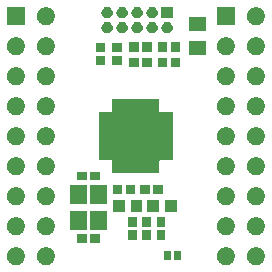
<source format=gts>
G04 #@! TF.GenerationSoftware,KiCad,Pcbnew,5.0.1-33cea8e~68~ubuntu18.04.1*
G04 #@! TF.CreationDate,2018-11-22T22:36:33+01:00*
G04 #@! TF.ProjectId,LPC82X_JHI33_2layer,4C50433832585F4A484933335F326C61,rev?*
G04 #@! TF.SameCoordinates,Original*
G04 #@! TF.FileFunction,Soldermask,Top*
G04 #@! TF.FilePolarity,Negative*
%FSLAX46Y46*%
G04 Gerber Fmt 4.6, Leading zero omitted, Abs format (unit mm)*
G04 Created by KiCad (PCBNEW 5.0.1-33cea8e~68~ubuntu18.04.1) date do 22 nov 2018 22:36:33 CET*
%MOMM*%
%LPD*%
G01*
G04 APERTURE LIST*
%ADD10C,0.100000*%
G04 APERTURE END LIST*
D10*
G36*
X81498767Y-116118822D02*
X81498769Y-116118823D01*
X81498770Y-116118823D01*
X81635258Y-116175359D01*
X81758096Y-116257436D01*
X81862564Y-116361904D01*
X81944641Y-116484742D01*
X82001177Y-116621230D01*
X82030000Y-116766133D01*
X82030000Y-116913867D01*
X82001177Y-117058770D01*
X81944641Y-117195258D01*
X81862564Y-117318096D01*
X81758096Y-117422564D01*
X81635258Y-117504641D01*
X81498770Y-117561177D01*
X81498769Y-117561177D01*
X81498767Y-117561178D01*
X81353869Y-117590000D01*
X81206131Y-117590000D01*
X81061233Y-117561178D01*
X81061231Y-117561177D01*
X81061230Y-117561177D01*
X80924742Y-117504641D01*
X80801904Y-117422564D01*
X80697436Y-117318096D01*
X80615359Y-117195258D01*
X80558823Y-117058770D01*
X80530000Y-116913867D01*
X80530000Y-116766133D01*
X80558823Y-116621230D01*
X80615359Y-116484742D01*
X80697436Y-116361904D01*
X80801904Y-116257436D01*
X80924742Y-116175359D01*
X81061230Y-116118823D01*
X81061231Y-116118823D01*
X81061233Y-116118822D01*
X81206131Y-116090000D01*
X81353869Y-116090000D01*
X81498767Y-116118822D01*
X81498767Y-116118822D01*
G37*
G36*
X96738767Y-116118822D02*
X96738769Y-116118823D01*
X96738770Y-116118823D01*
X96875258Y-116175359D01*
X96998096Y-116257436D01*
X97102564Y-116361904D01*
X97184641Y-116484742D01*
X97241177Y-116621230D01*
X97270000Y-116766133D01*
X97270000Y-116913867D01*
X97241177Y-117058770D01*
X97184641Y-117195258D01*
X97102564Y-117318096D01*
X96998096Y-117422564D01*
X96875258Y-117504641D01*
X96738770Y-117561177D01*
X96738769Y-117561177D01*
X96738767Y-117561178D01*
X96593869Y-117590000D01*
X96446131Y-117590000D01*
X96301233Y-117561178D01*
X96301231Y-117561177D01*
X96301230Y-117561177D01*
X96164742Y-117504641D01*
X96041904Y-117422564D01*
X95937436Y-117318096D01*
X95855359Y-117195258D01*
X95798823Y-117058770D01*
X95770000Y-116913867D01*
X95770000Y-116766133D01*
X95798823Y-116621230D01*
X95855359Y-116484742D01*
X95937436Y-116361904D01*
X96041904Y-116257436D01*
X96164742Y-116175359D01*
X96301230Y-116118823D01*
X96301231Y-116118823D01*
X96301233Y-116118822D01*
X96446131Y-116090000D01*
X96593869Y-116090000D01*
X96738767Y-116118822D01*
X96738767Y-116118822D01*
G37*
G36*
X99278767Y-116118822D02*
X99278769Y-116118823D01*
X99278770Y-116118823D01*
X99415258Y-116175359D01*
X99538096Y-116257436D01*
X99642564Y-116361904D01*
X99724641Y-116484742D01*
X99781177Y-116621230D01*
X99810000Y-116766133D01*
X99810000Y-116913867D01*
X99781177Y-117058770D01*
X99724641Y-117195258D01*
X99642564Y-117318096D01*
X99538096Y-117422564D01*
X99415258Y-117504641D01*
X99278770Y-117561177D01*
X99278769Y-117561177D01*
X99278767Y-117561178D01*
X99133869Y-117590000D01*
X98986131Y-117590000D01*
X98841233Y-117561178D01*
X98841231Y-117561177D01*
X98841230Y-117561177D01*
X98704742Y-117504641D01*
X98581904Y-117422564D01*
X98477436Y-117318096D01*
X98395359Y-117195258D01*
X98338823Y-117058770D01*
X98310000Y-116913867D01*
X98310000Y-116766133D01*
X98338823Y-116621230D01*
X98395359Y-116484742D01*
X98477436Y-116361904D01*
X98581904Y-116257436D01*
X98704742Y-116175359D01*
X98841230Y-116118823D01*
X98841231Y-116118823D01*
X98841233Y-116118822D01*
X98986131Y-116090000D01*
X99133869Y-116090000D01*
X99278767Y-116118822D01*
X99278767Y-116118822D01*
G37*
G36*
X78958767Y-116118822D02*
X78958769Y-116118823D01*
X78958770Y-116118823D01*
X79095258Y-116175359D01*
X79218096Y-116257436D01*
X79322564Y-116361904D01*
X79404641Y-116484742D01*
X79461177Y-116621230D01*
X79490000Y-116766133D01*
X79490000Y-116913867D01*
X79461177Y-117058770D01*
X79404641Y-117195258D01*
X79322564Y-117318096D01*
X79218096Y-117422564D01*
X79095258Y-117504641D01*
X78958770Y-117561177D01*
X78958769Y-117561177D01*
X78958767Y-117561178D01*
X78813869Y-117590000D01*
X78666131Y-117590000D01*
X78521233Y-117561178D01*
X78521231Y-117561177D01*
X78521230Y-117561177D01*
X78384742Y-117504641D01*
X78261904Y-117422564D01*
X78157436Y-117318096D01*
X78075359Y-117195258D01*
X78018823Y-117058770D01*
X77990000Y-116913867D01*
X77990000Y-116766133D01*
X78018823Y-116621230D01*
X78075359Y-116484742D01*
X78157436Y-116361904D01*
X78261904Y-116257436D01*
X78384742Y-116175359D01*
X78521230Y-116118823D01*
X78521231Y-116118823D01*
X78521233Y-116118822D01*
X78666131Y-116090000D01*
X78813869Y-116090000D01*
X78958767Y-116118822D01*
X78958767Y-116118822D01*
G37*
G36*
X91850000Y-117200000D02*
X91250000Y-117200000D01*
X91250000Y-116400000D01*
X91850000Y-116400000D01*
X91850000Y-117200000D01*
X91850000Y-117200000D01*
G37*
G36*
X92750000Y-117200000D02*
X92150000Y-117200000D01*
X92150000Y-116400000D01*
X92750000Y-116400000D01*
X92750000Y-117200000D01*
X92750000Y-117200000D01*
G37*
G36*
X85850000Y-115700000D02*
X85050000Y-115700000D01*
X85050000Y-115000000D01*
X85850000Y-115000000D01*
X85850000Y-115700000D01*
X85850000Y-115700000D01*
G37*
G36*
X84750000Y-115700000D02*
X83950000Y-115700000D01*
X83950000Y-115000000D01*
X84750000Y-115000000D01*
X84750000Y-115700000D01*
X84750000Y-115700000D01*
G37*
G36*
X91350000Y-115450000D02*
X90650000Y-115450000D01*
X90650000Y-114650000D01*
X91350000Y-114650000D01*
X91350000Y-115450000D01*
X91350000Y-115450000D01*
G37*
G36*
X90150000Y-115450000D02*
X89450000Y-115450000D01*
X89450000Y-114650000D01*
X90150000Y-114650000D01*
X90150000Y-115450000D01*
X90150000Y-115450000D01*
G37*
G36*
X88950000Y-115450000D02*
X88250000Y-115450000D01*
X88250000Y-114650000D01*
X88950000Y-114650000D01*
X88950000Y-115450000D01*
X88950000Y-115450000D01*
G37*
G36*
X96738767Y-113578822D02*
X96738769Y-113578823D01*
X96738770Y-113578823D01*
X96875258Y-113635359D01*
X96998096Y-113717436D01*
X97102564Y-113821904D01*
X97184641Y-113944742D01*
X97241177Y-114081230D01*
X97270000Y-114226133D01*
X97270000Y-114373867D01*
X97241177Y-114518770D01*
X97184641Y-114655258D01*
X97102564Y-114778096D01*
X96998096Y-114882564D01*
X96875258Y-114964641D01*
X96738770Y-115021177D01*
X96738769Y-115021177D01*
X96738767Y-115021178D01*
X96593869Y-115050000D01*
X96446131Y-115050000D01*
X96301233Y-115021178D01*
X96301231Y-115021177D01*
X96301230Y-115021177D01*
X96164742Y-114964641D01*
X96041904Y-114882564D01*
X95937436Y-114778096D01*
X95855359Y-114655258D01*
X95798823Y-114518770D01*
X95770000Y-114373867D01*
X95770000Y-114226133D01*
X95798823Y-114081230D01*
X95855359Y-113944742D01*
X95937436Y-113821904D01*
X96041904Y-113717436D01*
X96164742Y-113635359D01*
X96301230Y-113578823D01*
X96301231Y-113578823D01*
X96301233Y-113578822D01*
X96446131Y-113550000D01*
X96593869Y-113550000D01*
X96738767Y-113578822D01*
X96738767Y-113578822D01*
G37*
G36*
X81498767Y-113578822D02*
X81498769Y-113578823D01*
X81498770Y-113578823D01*
X81635258Y-113635359D01*
X81758096Y-113717436D01*
X81862564Y-113821904D01*
X81944641Y-113944742D01*
X82001177Y-114081230D01*
X82030000Y-114226133D01*
X82030000Y-114373867D01*
X82001177Y-114518770D01*
X81944641Y-114655258D01*
X81862564Y-114778096D01*
X81758096Y-114882564D01*
X81635258Y-114964641D01*
X81498770Y-115021177D01*
X81498769Y-115021177D01*
X81498767Y-115021178D01*
X81353869Y-115050000D01*
X81206131Y-115050000D01*
X81061233Y-115021178D01*
X81061231Y-115021177D01*
X81061230Y-115021177D01*
X80924742Y-114964641D01*
X80801904Y-114882564D01*
X80697436Y-114778096D01*
X80615359Y-114655258D01*
X80558823Y-114518770D01*
X80530000Y-114373867D01*
X80530000Y-114226133D01*
X80558823Y-114081230D01*
X80615359Y-113944742D01*
X80697436Y-113821904D01*
X80801904Y-113717436D01*
X80924742Y-113635359D01*
X81061230Y-113578823D01*
X81061231Y-113578823D01*
X81061233Y-113578822D01*
X81206131Y-113550000D01*
X81353869Y-113550000D01*
X81498767Y-113578822D01*
X81498767Y-113578822D01*
G37*
G36*
X78958767Y-113578822D02*
X78958769Y-113578823D01*
X78958770Y-113578823D01*
X79095258Y-113635359D01*
X79218096Y-113717436D01*
X79322564Y-113821904D01*
X79404641Y-113944742D01*
X79461177Y-114081230D01*
X79490000Y-114226133D01*
X79490000Y-114373867D01*
X79461177Y-114518770D01*
X79404641Y-114655258D01*
X79322564Y-114778096D01*
X79218096Y-114882564D01*
X79095258Y-114964641D01*
X78958770Y-115021177D01*
X78958769Y-115021177D01*
X78958767Y-115021178D01*
X78813869Y-115050000D01*
X78666131Y-115050000D01*
X78521233Y-115021178D01*
X78521231Y-115021177D01*
X78521230Y-115021177D01*
X78384742Y-114964641D01*
X78261904Y-114882564D01*
X78157436Y-114778096D01*
X78075359Y-114655258D01*
X78018823Y-114518770D01*
X77990000Y-114373867D01*
X77990000Y-114226133D01*
X78018823Y-114081230D01*
X78075359Y-113944742D01*
X78157436Y-113821904D01*
X78261904Y-113717436D01*
X78384742Y-113635359D01*
X78521230Y-113578823D01*
X78521231Y-113578823D01*
X78521233Y-113578822D01*
X78666131Y-113550000D01*
X78813869Y-113550000D01*
X78958767Y-113578822D01*
X78958767Y-113578822D01*
G37*
G36*
X99278767Y-113578822D02*
X99278769Y-113578823D01*
X99278770Y-113578823D01*
X99415258Y-113635359D01*
X99538096Y-113717436D01*
X99642564Y-113821904D01*
X99724641Y-113944742D01*
X99781177Y-114081230D01*
X99810000Y-114226133D01*
X99810000Y-114373867D01*
X99781177Y-114518770D01*
X99724641Y-114655258D01*
X99642564Y-114778096D01*
X99538096Y-114882564D01*
X99415258Y-114964641D01*
X99278770Y-115021177D01*
X99278769Y-115021177D01*
X99278767Y-115021178D01*
X99133869Y-115050000D01*
X98986131Y-115050000D01*
X98841233Y-115021178D01*
X98841231Y-115021177D01*
X98841230Y-115021177D01*
X98704742Y-114964641D01*
X98581904Y-114882564D01*
X98477436Y-114778096D01*
X98395359Y-114655258D01*
X98338823Y-114518770D01*
X98310000Y-114373867D01*
X98310000Y-114226133D01*
X98338823Y-114081230D01*
X98395359Y-113944742D01*
X98477436Y-113821904D01*
X98581904Y-113717436D01*
X98704742Y-113635359D01*
X98841230Y-113578823D01*
X98841231Y-113578823D01*
X98841233Y-113578822D01*
X98986131Y-113550000D01*
X99133869Y-113550000D01*
X99278767Y-113578822D01*
X99278767Y-113578822D01*
G37*
G36*
X84750000Y-114600000D02*
X83350000Y-114600000D01*
X83350000Y-113000000D01*
X84750000Y-113000000D01*
X84750000Y-114600000D01*
X84750000Y-114600000D01*
G37*
G36*
X86450000Y-114600000D02*
X85050000Y-114600000D01*
X85050000Y-113000000D01*
X86450000Y-113000000D01*
X86450000Y-114600000D01*
X86450000Y-114600000D01*
G37*
G36*
X90150000Y-114350000D02*
X89450000Y-114350000D01*
X89450000Y-113550000D01*
X90150000Y-113550000D01*
X90150000Y-114350000D01*
X90150000Y-114350000D01*
G37*
G36*
X91350000Y-114350000D02*
X90650000Y-114350000D01*
X90650000Y-113550000D01*
X91350000Y-113550000D01*
X91350000Y-114350000D01*
X91350000Y-114350000D01*
G37*
G36*
X88950000Y-114350000D02*
X88250000Y-114350000D01*
X88250000Y-113550000D01*
X88950000Y-113550000D01*
X88950000Y-114350000D01*
X88950000Y-114350000D01*
G37*
G36*
X89450000Y-113075000D02*
X88450000Y-113075000D01*
X88450000Y-112125000D01*
X89450000Y-112125000D01*
X89450000Y-113075000D01*
X89450000Y-113075000D01*
G37*
G36*
X90850000Y-113075000D02*
X89850000Y-113075000D01*
X89850000Y-112125000D01*
X90850000Y-112125000D01*
X90850000Y-113075000D01*
X90850000Y-113075000D01*
G37*
G36*
X87950000Y-113075000D02*
X86950000Y-113075000D01*
X86950000Y-112125000D01*
X87950000Y-112125000D01*
X87950000Y-113075000D01*
X87950000Y-113075000D01*
G37*
G36*
X92350000Y-113075000D02*
X91350000Y-113075000D01*
X91350000Y-112125000D01*
X92350000Y-112125000D01*
X92350000Y-113075000D01*
X92350000Y-113075000D01*
G37*
G36*
X99278767Y-111038822D02*
X99278769Y-111038823D01*
X99278770Y-111038823D01*
X99415258Y-111095359D01*
X99538097Y-111177437D01*
X99642563Y-111281903D01*
X99724641Y-111404742D01*
X99781178Y-111541233D01*
X99810000Y-111686131D01*
X99810000Y-111833867D01*
X99781177Y-111978770D01*
X99724641Y-112115258D01*
X99642564Y-112238096D01*
X99538096Y-112342564D01*
X99415258Y-112424641D01*
X99278770Y-112481177D01*
X99278769Y-112481177D01*
X99278767Y-112481178D01*
X99133869Y-112510000D01*
X98986131Y-112510000D01*
X98841233Y-112481178D01*
X98841231Y-112481177D01*
X98841230Y-112481177D01*
X98704742Y-112424641D01*
X98581904Y-112342564D01*
X98477436Y-112238096D01*
X98395359Y-112115258D01*
X98338823Y-111978770D01*
X98310000Y-111833867D01*
X98310000Y-111686131D01*
X98338822Y-111541233D01*
X98395359Y-111404742D01*
X98477437Y-111281903D01*
X98581903Y-111177437D01*
X98704742Y-111095359D01*
X98841230Y-111038823D01*
X98841231Y-111038823D01*
X98841233Y-111038822D01*
X98986131Y-111010000D01*
X99133869Y-111010000D01*
X99278767Y-111038822D01*
X99278767Y-111038822D01*
G37*
G36*
X96738767Y-111038822D02*
X96738769Y-111038823D01*
X96738770Y-111038823D01*
X96875258Y-111095359D01*
X96998097Y-111177437D01*
X97102563Y-111281903D01*
X97184641Y-111404742D01*
X97241178Y-111541233D01*
X97270000Y-111686131D01*
X97270000Y-111833867D01*
X97241177Y-111978770D01*
X97184641Y-112115258D01*
X97102564Y-112238096D01*
X96998096Y-112342564D01*
X96875258Y-112424641D01*
X96738770Y-112481177D01*
X96738769Y-112481177D01*
X96738767Y-112481178D01*
X96593869Y-112510000D01*
X96446131Y-112510000D01*
X96301233Y-112481178D01*
X96301231Y-112481177D01*
X96301230Y-112481177D01*
X96164742Y-112424641D01*
X96041904Y-112342564D01*
X95937436Y-112238096D01*
X95855359Y-112115258D01*
X95798823Y-111978770D01*
X95770000Y-111833867D01*
X95770000Y-111686131D01*
X95798822Y-111541233D01*
X95855359Y-111404742D01*
X95937437Y-111281903D01*
X96041903Y-111177437D01*
X96164742Y-111095359D01*
X96301230Y-111038823D01*
X96301231Y-111038823D01*
X96301233Y-111038822D01*
X96446131Y-111010000D01*
X96593869Y-111010000D01*
X96738767Y-111038822D01*
X96738767Y-111038822D01*
G37*
G36*
X81498767Y-111038822D02*
X81498769Y-111038823D01*
X81498770Y-111038823D01*
X81635258Y-111095359D01*
X81758097Y-111177437D01*
X81862563Y-111281903D01*
X81944641Y-111404742D01*
X82001178Y-111541233D01*
X82030000Y-111686131D01*
X82030000Y-111833867D01*
X82001177Y-111978770D01*
X81944641Y-112115258D01*
X81862564Y-112238096D01*
X81758096Y-112342564D01*
X81635258Y-112424641D01*
X81498770Y-112481177D01*
X81498769Y-112481177D01*
X81498767Y-112481178D01*
X81353869Y-112510000D01*
X81206131Y-112510000D01*
X81061233Y-112481178D01*
X81061231Y-112481177D01*
X81061230Y-112481177D01*
X80924742Y-112424641D01*
X80801904Y-112342564D01*
X80697436Y-112238096D01*
X80615359Y-112115258D01*
X80558823Y-111978770D01*
X80530000Y-111833867D01*
X80530000Y-111686131D01*
X80558822Y-111541233D01*
X80615359Y-111404742D01*
X80697437Y-111281903D01*
X80801903Y-111177437D01*
X80924742Y-111095359D01*
X81061230Y-111038823D01*
X81061231Y-111038823D01*
X81061233Y-111038822D01*
X81206131Y-111010000D01*
X81353869Y-111010000D01*
X81498767Y-111038822D01*
X81498767Y-111038822D01*
G37*
G36*
X78958767Y-111038822D02*
X78958769Y-111038823D01*
X78958770Y-111038823D01*
X79095258Y-111095359D01*
X79218097Y-111177437D01*
X79322563Y-111281903D01*
X79404641Y-111404742D01*
X79461178Y-111541233D01*
X79490000Y-111686131D01*
X79490000Y-111833867D01*
X79461177Y-111978770D01*
X79404641Y-112115258D01*
X79322564Y-112238096D01*
X79218096Y-112342564D01*
X79095258Y-112424641D01*
X78958770Y-112481177D01*
X78958769Y-112481177D01*
X78958767Y-112481178D01*
X78813869Y-112510000D01*
X78666131Y-112510000D01*
X78521233Y-112481178D01*
X78521231Y-112481177D01*
X78521230Y-112481177D01*
X78384742Y-112424641D01*
X78261904Y-112342564D01*
X78157436Y-112238096D01*
X78075359Y-112115258D01*
X78018823Y-111978770D01*
X77990000Y-111833867D01*
X77990000Y-111686131D01*
X78018822Y-111541233D01*
X78075359Y-111404742D01*
X78157437Y-111281903D01*
X78261903Y-111177437D01*
X78384742Y-111095359D01*
X78521230Y-111038823D01*
X78521231Y-111038823D01*
X78521233Y-111038822D01*
X78666131Y-111010000D01*
X78813869Y-111010000D01*
X78958767Y-111038822D01*
X78958767Y-111038822D01*
G37*
G36*
X86450000Y-112400000D02*
X85050000Y-112400000D01*
X85050000Y-110800000D01*
X86450000Y-110800000D01*
X86450000Y-112400000D01*
X86450000Y-112400000D01*
G37*
G36*
X84750000Y-112400000D02*
X83350000Y-112400000D01*
X83350000Y-110800000D01*
X84750000Y-110800000D01*
X84750000Y-112400000D01*
X84750000Y-112400000D01*
G37*
G36*
X87750000Y-111550000D02*
X86950000Y-111550000D01*
X86950000Y-110850000D01*
X87750000Y-110850000D01*
X87750000Y-111550000D01*
X87750000Y-111550000D01*
G37*
G36*
X90050000Y-111550000D02*
X89250000Y-111550000D01*
X89250000Y-110850000D01*
X90050000Y-110850000D01*
X90050000Y-111550000D01*
X90050000Y-111550000D01*
G37*
G36*
X88850000Y-111550000D02*
X88050000Y-111550000D01*
X88050000Y-110850000D01*
X88850000Y-110850000D01*
X88850000Y-111550000D01*
X88850000Y-111550000D01*
G37*
G36*
X91150000Y-111550000D02*
X90350000Y-111550000D01*
X90350000Y-110850000D01*
X91150000Y-110850000D01*
X91150000Y-111550000D01*
X91150000Y-111550000D01*
G37*
G36*
X84750000Y-110400000D02*
X83950000Y-110400000D01*
X83950000Y-109700000D01*
X84750000Y-109700000D01*
X84750000Y-110400000D01*
X84750000Y-110400000D01*
G37*
G36*
X85850000Y-110400000D02*
X85050000Y-110400000D01*
X85050000Y-109700000D01*
X85850000Y-109700000D01*
X85850000Y-110400000D01*
X85850000Y-110400000D01*
G37*
G36*
X96738767Y-108498822D02*
X96738769Y-108498823D01*
X96738770Y-108498823D01*
X96875258Y-108555359D01*
X96998096Y-108637436D01*
X97102564Y-108741904D01*
X97184641Y-108864742D01*
X97241177Y-109001230D01*
X97270000Y-109146133D01*
X97270000Y-109293867D01*
X97241177Y-109438770D01*
X97184641Y-109575258D01*
X97102564Y-109698096D01*
X96998096Y-109802564D01*
X96875258Y-109884641D01*
X96738770Y-109941177D01*
X96738769Y-109941177D01*
X96738767Y-109941178D01*
X96593869Y-109970000D01*
X96446131Y-109970000D01*
X96301233Y-109941178D01*
X96301231Y-109941177D01*
X96301230Y-109941177D01*
X96164742Y-109884641D01*
X96041904Y-109802564D01*
X95937436Y-109698096D01*
X95855359Y-109575258D01*
X95798823Y-109438770D01*
X95770000Y-109293867D01*
X95770000Y-109146133D01*
X95798823Y-109001230D01*
X95855359Y-108864742D01*
X95937436Y-108741904D01*
X96041904Y-108637436D01*
X96164742Y-108555359D01*
X96301230Y-108498823D01*
X96301231Y-108498823D01*
X96301233Y-108498822D01*
X96446131Y-108470000D01*
X96593869Y-108470000D01*
X96738767Y-108498822D01*
X96738767Y-108498822D01*
G37*
G36*
X99278767Y-108498822D02*
X99278769Y-108498823D01*
X99278770Y-108498823D01*
X99415258Y-108555359D01*
X99538096Y-108637436D01*
X99642564Y-108741904D01*
X99724641Y-108864742D01*
X99781177Y-109001230D01*
X99810000Y-109146133D01*
X99810000Y-109293867D01*
X99781177Y-109438770D01*
X99724641Y-109575258D01*
X99642564Y-109698096D01*
X99538096Y-109802564D01*
X99415258Y-109884641D01*
X99278770Y-109941177D01*
X99278769Y-109941177D01*
X99278767Y-109941178D01*
X99133869Y-109970000D01*
X98986131Y-109970000D01*
X98841233Y-109941178D01*
X98841231Y-109941177D01*
X98841230Y-109941177D01*
X98704742Y-109884641D01*
X98581904Y-109802564D01*
X98477436Y-109698096D01*
X98395359Y-109575258D01*
X98338823Y-109438770D01*
X98310000Y-109293867D01*
X98310000Y-109146133D01*
X98338823Y-109001230D01*
X98395359Y-108864742D01*
X98477436Y-108741904D01*
X98581904Y-108637436D01*
X98704742Y-108555359D01*
X98841230Y-108498823D01*
X98841231Y-108498823D01*
X98841233Y-108498822D01*
X98986131Y-108470000D01*
X99133869Y-108470000D01*
X99278767Y-108498822D01*
X99278767Y-108498822D01*
G37*
G36*
X81498767Y-108498822D02*
X81498769Y-108498823D01*
X81498770Y-108498823D01*
X81635258Y-108555359D01*
X81758096Y-108637436D01*
X81862564Y-108741904D01*
X81944641Y-108864742D01*
X82001177Y-109001230D01*
X82030000Y-109146133D01*
X82030000Y-109293867D01*
X82001177Y-109438770D01*
X81944641Y-109575258D01*
X81862564Y-109698096D01*
X81758096Y-109802564D01*
X81635258Y-109884641D01*
X81498770Y-109941177D01*
X81498769Y-109941177D01*
X81498767Y-109941178D01*
X81353869Y-109970000D01*
X81206131Y-109970000D01*
X81061233Y-109941178D01*
X81061231Y-109941177D01*
X81061230Y-109941177D01*
X80924742Y-109884641D01*
X80801904Y-109802564D01*
X80697436Y-109698096D01*
X80615359Y-109575258D01*
X80558823Y-109438770D01*
X80530000Y-109293867D01*
X80530000Y-109146133D01*
X80558823Y-109001230D01*
X80615359Y-108864742D01*
X80697436Y-108741904D01*
X80801904Y-108637436D01*
X80924742Y-108555359D01*
X81061230Y-108498823D01*
X81061231Y-108498823D01*
X81061233Y-108498822D01*
X81206131Y-108470000D01*
X81353869Y-108470000D01*
X81498767Y-108498822D01*
X81498767Y-108498822D01*
G37*
G36*
X78958767Y-108498822D02*
X78958769Y-108498823D01*
X78958770Y-108498823D01*
X79095258Y-108555359D01*
X79218096Y-108637436D01*
X79322564Y-108741904D01*
X79404641Y-108864742D01*
X79461177Y-109001230D01*
X79490000Y-109146133D01*
X79490000Y-109293867D01*
X79461177Y-109438770D01*
X79404641Y-109575258D01*
X79322564Y-109698096D01*
X79218096Y-109802564D01*
X79095258Y-109884641D01*
X78958770Y-109941177D01*
X78958769Y-109941177D01*
X78958767Y-109941178D01*
X78813869Y-109970000D01*
X78666131Y-109970000D01*
X78521233Y-109941178D01*
X78521231Y-109941177D01*
X78521230Y-109941177D01*
X78384742Y-109884641D01*
X78261904Y-109802564D01*
X78157436Y-109698096D01*
X78075359Y-109575258D01*
X78018823Y-109438770D01*
X77990000Y-109293867D01*
X77990000Y-109146133D01*
X78018823Y-109001230D01*
X78075359Y-108864742D01*
X78157436Y-108741904D01*
X78261904Y-108637436D01*
X78384742Y-108555359D01*
X78521230Y-108498823D01*
X78521231Y-108498823D01*
X78521233Y-108498822D01*
X78666131Y-108470000D01*
X78813869Y-108470000D01*
X78958767Y-108498822D01*
X78958767Y-108498822D01*
G37*
G36*
X90895000Y-104585000D02*
X90896921Y-104604509D01*
X90902612Y-104623268D01*
X90911853Y-104640557D01*
X90924289Y-104655711D01*
X90939443Y-104668147D01*
X90956732Y-104677388D01*
X90975491Y-104683079D01*
X90995000Y-104685000D01*
X92000000Y-104685000D01*
X92000000Y-108675000D01*
X90995000Y-108675000D01*
X90975491Y-108676921D01*
X90956732Y-108682612D01*
X90939443Y-108691853D01*
X90924289Y-108704289D01*
X90911853Y-108719443D01*
X90902612Y-108736732D01*
X90896921Y-108755491D01*
X90895000Y-108775000D01*
X90895000Y-109780000D01*
X86905000Y-109780000D01*
X86905000Y-108775000D01*
X86903079Y-108755491D01*
X86897388Y-108736732D01*
X86888147Y-108719443D01*
X86875711Y-108704289D01*
X86860557Y-108691853D01*
X86843268Y-108682612D01*
X86824509Y-108676921D01*
X86805000Y-108675000D01*
X85800000Y-108675000D01*
X85800000Y-104685000D01*
X86805000Y-104685000D01*
X86824509Y-104683079D01*
X86843268Y-104677388D01*
X86860557Y-104668147D01*
X86875711Y-104655711D01*
X86888147Y-104640557D01*
X86897388Y-104623268D01*
X86903079Y-104604509D01*
X86905000Y-104585000D01*
X86905000Y-103580000D01*
X90895000Y-103580000D01*
X90895000Y-104585000D01*
X90895000Y-104585000D01*
G37*
G36*
X78958767Y-105958822D02*
X78958769Y-105958823D01*
X78958770Y-105958823D01*
X79095258Y-106015359D01*
X79218096Y-106097436D01*
X79322564Y-106201904D01*
X79404641Y-106324742D01*
X79461177Y-106461230D01*
X79490000Y-106606133D01*
X79490000Y-106753867D01*
X79461177Y-106898770D01*
X79404641Y-107035258D01*
X79322564Y-107158096D01*
X79218096Y-107262564D01*
X79095258Y-107344641D01*
X78958770Y-107401177D01*
X78958769Y-107401177D01*
X78958767Y-107401178D01*
X78813869Y-107430000D01*
X78666131Y-107430000D01*
X78521233Y-107401178D01*
X78521231Y-107401177D01*
X78521230Y-107401177D01*
X78384742Y-107344641D01*
X78261904Y-107262564D01*
X78157436Y-107158096D01*
X78075359Y-107035258D01*
X78018823Y-106898770D01*
X77990000Y-106753867D01*
X77990000Y-106606133D01*
X78018823Y-106461230D01*
X78075359Y-106324742D01*
X78157436Y-106201904D01*
X78261904Y-106097436D01*
X78384742Y-106015359D01*
X78521230Y-105958823D01*
X78521231Y-105958823D01*
X78521233Y-105958822D01*
X78666131Y-105930000D01*
X78813869Y-105930000D01*
X78958767Y-105958822D01*
X78958767Y-105958822D01*
G37*
G36*
X96738767Y-105958822D02*
X96738769Y-105958823D01*
X96738770Y-105958823D01*
X96875258Y-106015359D01*
X96998096Y-106097436D01*
X97102564Y-106201904D01*
X97184641Y-106324742D01*
X97241177Y-106461230D01*
X97270000Y-106606133D01*
X97270000Y-106753867D01*
X97241177Y-106898770D01*
X97184641Y-107035258D01*
X97102564Y-107158096D01*
X96998096Y-107262564D01*
X96875258Y-107344641D01*
X96738770Y-107401177D01*
X96738769Y-107401177D01*
X96738767Y-107401178D01*
X96593869Y-107430000D01*
X96446131Y-107430000D01*
X96301233Y-107401178D01*
X96301231Y-107401177D01*
X96301230Y-107401177D01*
X96164742Y-107344641D01*
X96041904Y-107262564D01*
X95937436Y-107158096D01*
X95855359Y-107035258D01*
X95798823Y-106898770D01*
X95770000Y-106753867D01*
X95770000Y-106606133D01*
X95798823Y-106461230D01*
X95855359Y-106324742D01*
X95937436Y-106201904D01*
X96041904Y-106097436D01*
X96164742Y-106015359D01*
X96301230Y-105958823D01*
X96301231Y-105958823D01*
X96301233Y-105958822D01*
X96446131Y-105930000D01*
X96593869Y-105930000D01*
X96738767Y-105958822D01*
X96738767Y-105958822D01*
G37*
G36*
X99278767Y-105958822D02*
X99278769Y-105958823D01*
X99278770Y-105958823D01*
X99415258Y-106015359D01*
X99538096Y-106097436D01*
X99642564Y-106201904D01*
X99724641Y-106324742D01*
X99781177Y-106461230D01*
X99810000Y-106606133D01*
X99810000Y-106753867D01*
X99781177Y-106898770D01*
X99724641Y-107035258D01*
X99642564Y-107158096D01*
X99538096Y-107262564D01*
X99415258Y-107344641D01*
X99278770Y-107401177D01*
X99278769Y-107401177D01*
X99278767Y-107401178D01*
X99133869Y-107430000D01*
X98986131Y-107430000D01*
X98841233Y-107401178D01*
X98841231Y-107401177D01*
X98841230Y-107401177D01*
X98704742Y-107344641D01*
X98581904Y-107262564D01*
X98477436Y-107158096D01*
X98395359Y-107035258D01*
X98338823Y-106898770D01*
X98310000Y-106753867D01*
X98310000Y-106606133D01*
X98338823Y-106461230D01*
X98395359Y-106324742D01*
X98477436Y-106201904D01*
X98581904Y-106097436D01*
X98704742Y-106015359D01*
X98841230Y-105958823D01*
X98841231Y-105958823D01*
X98841233Y-105958822D01*
X98986131Y-105930000D01*
X99133869Y-105930000D01*
X99278767Y-105958822D01*
X99278767Y-105958822D01*
G37*
G36*
X81498767Y-105958822D02*
X81498769Y-105958823D01*
X81498770Y-105958823D01*
X81635258Y-106015359D01*
X81758096Y-106097436D01*
X81862564Y-106201904D01*
X81944641Y-106324742D01*
X82001177Y-106461230D01*
X82030000Y-106606133D01*
X82030000Y-106753867D01*
X82001177Y-106898770D01*
X81944641Y-107035258D01*
X81862564Y-107158096D01*
X81758096Y-107262564D01*
X81635258Y-107344641D01*
X81498770Y-107401177D01*
X81498769Y-107401177D01*
X81498767Y-107401178D01*
X81353869Y-107430000D01*
X81206131Y-107430000D01*
X81061233Y-107401178D01*
X81061231Y-107401177D01*
X81061230Y-107401177D01*
X80924742Y-107344641D01*
X80801904Y-107262564D01*
X80697436Y-107158096D01*
X80615359Y-107035258D01*
X80558823Y-106898770D01*
X80530000Y-106753867D01*
X80530000Y-106606133D01*
X80558823Y-106461230D01*
X80615359Y-106324742D01*
X80697436Y-106201904D01*
X80801904Y-106097436D01*
X80924742Y-106015359D01*
X81061230Y-105958823D01*
X81061231Y-105958823D01*
X81061233Y-105958822D01*
X81206131Y-105930000D01*
X81353869Y-105930000D01*
X81498767Y-105958822D01*
X81498767Y-105958822D01*
G37*
G36*
X81498767Y-103418822D02*
X81498769Y-103418823D01*
X81498770Y-103418823D01*
X81635258Y-103475359D01*
X81758096Y-103557436D01*
X81862564Y-103661904D01*
X81944641Y-103784742D01*
X82001177Y-103921230D01*
X82030000Y-104066133D01*
X82030000Y-104213867D01*
X82001177Y-104358770D01*
X81944641Y-104495258D01*
X81862564Y-104618096D01*
X81758096Y-104722564D01*
X81635258Y-104804641D01*
X81498770Y-104861177D01*
X81498769Y-104861177D01*
X81498767Y-104861178D01*
X81353869Y-104890000D01*
X81206131Y-104890000D01*
X81061233Y-104861178D01*
X81061231Y-104861177D01*
X81061230Y-104861177D01*
X80924742Y-104804641D01*
X80801904Y-104722564D01*
X80697436Y-104618096D01*
X80615359Y-104495258D01*
X80558823Y-104358770D01*
X80530000Y-104213867D01*
X80530000Y-104066133D01*
X80558823Y-103921230D01*
X80615359Y-103784742D01*
X80697436Y-103661904D01*
X80801904Y-103557436D01*
X80924742Y-103475359D01*
X81061230Y-103418823D01*
X81061231Y-103418823D01*
X81061233Y-103418822D01*
X81206131Y-103390000D01*
X81353869Y-103390000D01*
X81498767Y-103418822D01*
X81498767Y-103418822D01*
G37*
G36*
X96738767Y-103418822D02*
X96738769Y-103418823D01*
X96738770Y-103418823D01*
X96875258Y-103475359D01*
X96998096Y-103557436D01*
X97102564Y-103661904D01*
X97184641Y-103784742D01*
X97241177Y-103921230D01*
X97270000Y-104066133D01*
X97270000Y-104213867D01*
X97241177Y-104358770D01*
X97184641Y-104495258D01*
X97102564Y-104618096D01*
X96998096Y-104722564D01*
X96875258Y-104804641D01*
X96738770Y-104861177D01*
X96738769Y-104861177D01*
X96738767Y-104861178D01*
X96593869Y-104890000D01*
X96446131Y-104890000D01*
X96301233Y-104861178D01*
X96301231Y-104861177D01*
X96301230Y-104861177D01*
X96164742Y-104804641D01*
X96041904Y-104722564D01*
X95937436Y-104618096D01*
X95855359Y-104495258D01*
X95798823Y-104358770D01*
X95770000Y-104213867D01*
X95770000Y-104066133D01*
X95798823Y-103921230D01*
X95855359Y-103784742D01*
X95937436Y-103661904D01*
X96041904Y-103557436D01*
X96164742Y-103475359D01*
X96301230Y-103418823D01*
X96301231Y-103418823D01*
X96301233Y-103418822D01*
X96446131Y-103390000D01*
X96593869Y-103390000D01*
X96738767Y-103418822D01*
X96738767Y-103418822D01*
G37*
G36*
X99278767Y-103418822D02*
X99278769Y-103418823D01*
X99278770Y-103418823D01*
X99415258Y-103475359D01*
X99538096Y-103557436D01*
X99642564Y-103661904D01*
X99724641Y-103784742D01*
X99781177Y-103921230D01*
X99810000Y-104066133D01*
X99810000Y-104213867D01*
X99781177Y-104358770D01*
X99724641Y-104495258D01*
X99642564Y-104618096D01*
X99538096Y-104722564D01*
X99415258Y-104804641D01*
X99278770Y-104861177D01*
X99278769Y-104861177D01*
X99278767Y-104861178D01*
X99133869Y-104890000D01*
X98986131Y-104890000D01*
X98841233Y-104861178D01*
X98841231Y-104861177D01*
X98841230Y-104861177D01*
X98704742Y-104804641D01*
X98581904Y-104722564D01*
X98477436Y-104618096D01*
X98395359Y-104495258D01*
X98338823Y-104358770D01*
X98310000Y-104213867D01*
X98310000Y-104066133D01*
X98338823Y-103921230D01*
X98395359Y-103784742D01*
X98477436Y-103661904D01*
X98581904Y-103557436D01*
X98704742Y-103475359D01*
X98841230Y-103418823D01*
X98841231Y-103418823D01*
X98841233Y-103418822D01*
X98986131Y-103390000D01*
X99133869Y-103390000D01*
X99278767Y-103418822D01*
X99278767Y-103418822D01*
G37*
G36*
X78958767Y-103418822D02*
X78958769Y-103418823D01*
X78958770Y-103418823D01*
X79095258Y-103475359D01*
X79218096Y-103557436D01*
X79322564Y-103661904D01*
X79404641Y-103784742D01*
X79461177Y-103921230D01*
X79490000Y-104066133D01*
X79490000Y-104213867D01*
X79461177Y-104358770D01*
X79404641Y-104495258D01*
X79322564Y-104618096D01*
X79218096Y-104722564D01*
X79095258Y-104804641D01*
X78958770Y-104861177D01*
X78958769Y-104861177D01*
X78958767Y-104861178D01*
X78813869Y-104890000D01*
X78666131Y-104890000D01*
X78521233Y-104861178D01*
X78521231Y-104861177D01*
X78521230Y-104861177D01*
X78384742Y-104804641D01*
X78261904Y-104722564D01*
X78157436Y-104618096D01*
X78075359Y-104495258D01*
X78018823Y-104358770D01*
X77990000Y-104213867D01*
X77990000Y-104066133D01*
X78018823Y-103921230D01*
X78075359Y-103784742D01*
X78157436Y-103661904D01*
X78261904Y-103557436D01*
X78384742Y-103475359D01*
X78521230Y-103418823D01*
X78521231Y-103418823D01*
X78521233Y-103418822D01*
X78666131Y-103390000D01*
X78813869Y-103390000D01*
X78958767Y-103418822D01*
X78958767Y-103418822D01*
G37*
G36*
X99278767Y-100878822D02*
X99278769Y-100878823D01*
X99278770Y-100878823D01*
X99415258Y-100935359D01*
X99538096Y-101017436D01*
X99642564Y-101121904D01*
X99724641Y-101244742D01*
X99781177Y-101381230D01*
X99810000Y-101526133D01*
X99810000Y-101673867D01*
X99781177Y-101818770D01*
X99724641Y-101955258D01*
X99642564Y-102078096D01*
X99538096Y-102182564D01*
X99415258Y-102264641D01*
X99278770Y-102321177D01*
X99278769Y-102321177D01*
X99278767Y-102321178D01*
X99133869Y-102350000D01*
X98986131Y-102350000D01*
X98841233Y-102321178D01*
X98841231Y-102321177D01*
X98841230Y-102321177D01*
X98704742Y-102264641D01*
X98581904Y-102182564D01*
X98477436Y-102078096D01*
X98395359Y-101955258D01*
X98338823Y-101818770D01*
X98310000Y-101673867D01*
X98310000Y-101526133D01*
X98338823Y-101381230D01*
X98395359Y-101244742D01*
X98477436Y-101121904D01*
X98581904Y-101017436D01*
X98704742Y-100935359D01*
X98841230Y-100878823D01*
X98841231Y-100878823D01*
X98841233Y-100878822D01*
X98986131Y-100850000D01*
X99133869Y-100850000D01*
X99278767Y-100878822D01*
X99278767Y-100878822D01*
G37*
G36*
X81498767Y-100878822D02*
X81498769Y-100878823D01*
X81498770Y-100878823D01*
X81635258Y-100935359D01*
X81758096Y-101017436D01*
X81862564Y-101121904D01*
X81944641Y-101244742D01*
X82001177Y-101381230D01*
X82030000Y-101526133D01*
X82030000Y-101673867D01*
X82001177Y-101818770D01*
X81944641Y-101955258D01*
X81862564Y-102078096D01*
X81758096Y-102182564D01*
X81635258Y-102264641D01*
X81498770Y-102321177D01*
X81498769Y-102321177D01*
X81498767Y-102321178D01*
X81353869Y-102350000D01*
X81206131Y-102350000D01*
X81061233Y-102321178D01*
X81061231Y-102321177D01*
X81061230Y-102321177D01*
X80924742Y-102264641D01*
X80801904Y-102182564D01*
X80697436Y-102078096D01*
X80615359Y-101955258D01*
X80558823Y-101818770D01*
X80530000Y-101673867D01*
X80530000Y-101526133D01*
X80558823Y-101381230D01*
X80615359Y-101244742D01*
X80697436Y-101121904D01*
X80801904Y-101017436D01*
X80924742Y-100935359D01*
X81061230Y-100878823D01*
X81061231Y-100878823D01*
X81061233Y-100878822D01*
X81206131Y-100850000D01*
X81353869Y-100850000D01*
X81498767Y-100878822D01*
X81498767Y-100878822D01*
G37*
G36*
X78958767Y-100878822D02*
X78958769Y-100878823D01*
X78958770Y-100878823D01*
X79095258Y-100935359D01*
X79218096Y-101017436D01*
X79322564Y-101121904D01*
X79404641Y-101244742D01*
X79461177Y-101381230D01*
X79490000Y-101526133D01*
X79490000Y-101673867D01*
X79461177Y-101818770D01*
X79404641Y-101955258D01*
X79322564Y-102078096D01*
X79218096Y-102182564D01*
X79095258Y-102264641D01*
X78958770Y-102321177D01*
X78958769Y-102321177D01*
X78958767Y-102321178D01*
X78813869Y-102350000D01*
X78666131Y-102350000D01*
X78521233Y-102321178D01*
X78521231Y-102321177D01*
X78521230Y-102321177D01*
X78384742Y-102264641D01*
X78261904Y-102182564D01*
X78157436Y-102078096D01*
X78075359Y-101955258D01*
X78018823Y-101818770D01*
X77990000Y-101673867D01*
X77990000Y-101526133D01*
X78018823Y-101381230D01*
X78075359Y-101244742D01*
X78157436Y-101121904D01*
X78261904Y-101017436D01*
X78384742Y-100935359D01*
X78521230Y-100878823D01*
X78521231Y-100878823D01*
X78521233Y-100878822D01*
X78666131Y-100850000D01*
X78813869Y-100850000D01*
X78958767Y-100878822D01*
X78958767Y-100878822D01*
G37*
G36*
X96738767Y-100878822D02*
X96738769Y-100878823D01*
X96738770Y-100878823D01*
X96875258Y-100935359D01*
X96998096Y-101017436D01*
X97102564Y-101121904D01*
X97184641Y-101244742D01*
X97241177Y-101381230D01*
X97270000Y-101526133D01*
X97270000Y-101673867D01*
X97241177Y-101818770D01*
X97184641Y-101955258D01*
X97102564Y-102078096D01*
X96998096Y-102182564D01*
X96875258Y-102264641D01*
X96738770Y-102321177D01*
X96738769Y-102321177D01*
X96738767Y-102321178D01*
X96593869Y-102350000D01*
X96446131Y-102350000D01*
X96301233Y-102321178D01*
X96301231Y-102321177D01*
X96301230Y-102321177D01*
X96164742Y-102264641D01*
X96041904Y-102182564D01*
X95937436Y-102078096D01*
X95855359Y-101955258D01*
X95798823Y-101818770D01*
X95770000Y-101673867D01*
X95770000Y-101526133D01*
X95798823Y-101381230D01*
X95855359Y-101244742D01*
X95937436Y-101121904D01*
X96041904Y-101017436D01*
X96164742Y-100935359D01*
X96301230Y-100878823D01*
X96301231Y-100878823D01*
X96301233Y-100878822D01*
X96446131Y-100850000D01*
X96593869Y-100850000D01*
X96738767Y-100878822D01*
X96738767Y-100878822D01*
G37*
G36*
X89150000Y-100850000D02*
X88350000Y-100850000D01*
X88350000Y-100050000D01*
X89150000Y-100050000D01*
X89150000Y-100850000D01*
X89150000Y-100850000D01*
G37*
G36*
X90250000Y-100850000D02*
X89450000Y-100850000D01*
X89450000Y-100050000D01*
X90250000Y-100050000D01*
X90250000Y-100850000D01*
X90250000Y-100850000D01*
G37*
G36*
X92650000Y-100850000D02*
X91850000Y-100850000D01*
X91850000Y-100050000D01*
X92650000Y-100050000D01*
X92650000Y-100850000D01*
X92650000Y-100850000D01*
G37*
G36*
X91550000Y-100850000D02*
X90750000Y-100850000D01*
X90750000Y-100050000D01*
X91550000Y-100050000D01*
X91550000Y-100850000D01*
X91550000Y-100850000D01*
G37*
G36*
X87700000Y-100700000D02*
X86900000Y-100700000D01*
X86900000Y-99900000D01*
X87700000Y-99900000D01*
X87700000Y-100700000D01*
X87700000Y-100700000D01*
G37*
G36*
X86300000Y-100700000D02*
X85500000Y-100700000D01*
X85500000Y-99900000D01*
X86300000Y-99900000D01*
X86300000Y-100700000D01*
X86300000Y-100700000D01*
G37*
G36*
X81498767Y-98338822D02*
X81498769Y-98338823D01*
X81498770Y-98338823D01*
X81635258Y-98395359D01*
X81758096Y-98477436D01*
X81862564Y-98581904D01*
X81944641Y-98704742D01*
X82001177Y-98841230D01*
X82030000Y-98986133D01*
X82030000Y-99133867D01*
X82001177Y-99278770D01*
X81944641Y-99415258D01*
X81862564Y-99538096D01*
X81758096Y-99642564D01*
X81635258Y-99724641D01*
X81498770Y-99781177D01*
X81498769Y-99781177D01*
X81498767Y-99781178D01*
X81353869Y-99810000D01*
X81206131Y-99810000D01*
X81061233Y-99781178D01*
X81061231Y-99781177D01*
X81061230Y-99781177D01*
X80924742Y-99724641D01*
X80801904Y-99642564D01*
X80697436Y-99538096D01*
X80615359Y-99415258D01*
X80558823Y-99278770D01*
X80530000Y-99133867D01*
X80530000Y-98986133D01*
X80558823Y-98841230D01*
X80615359Y-98704742D01*
X80697436Y-98581904D01*
X80801904Y-98477436D01*
X80924742Y-98395359D01*
X81061230Y-98338823D01*
X81061231Y-98338823D01*
X81061233Y-98338822D01*
X81206131Y-98310000D01*
X81353869Y-98310000D01*
X81498767Y-98338822D01*
X81498767Y-98338822D01*
G37*
G36*
X78958767Y-98338822D02*
X78958769Y-98338823D01*
X78958770Y-98338823D01*
X79095258Y-98395359D01*
X79218096Y-98477436D01*
X79322564Y-98581904D01*
X79404641Y-98704742D01*
X79461177Y-98841230D01*
X79490000Y-98986133D01*
X79490000Y-99133867D01*
X79461177Y-99278770D01*
X79404641Y-99415258D01*
X79322564Y-99538096D01*
X79218096Y-99642564D01*
X79095258Y-99724641D01*
X78958770Y-99781177D01*
X78958769Y-99781177D01*
X78958767Y-99781178D01*
X78813869Y-99810000D01*
X78666131Y-99810000D01*
X78521233Y-99781178D01*
X78521231Y-99781177D01*
X78521230Y-99781177D01*
X78384742Y-99724641D01*
X78261904Y-99642564D01*
X78157436Y-99538096D01*
X78075359Y-99415258D01*
X78018823Y-99278770D01*
X77990000Y-99133867D01*
X77990000Y-98986133D01*
X78018823Y-98841230D01*
X78075359Y-98704742D01*
X78157436Y-98581904D01*
X78261904Y-98477436D01*
X78384742Y-98395359D01*
X78521230Y-98338823D01*
X78521231Y-98338823D01*
X78521233Y-98338822D01*
X78666131Y-98310000D01*
X78813869Y-98310000D01*
X78958767Y-98338822D01*
X78958767Y-98338822D01*
G37*
G36*
X99278767Y-98338822D02*
X99278769Y-98338823D01*
X99278770Y-98338823D01*
X99415258Y-98395359D01*
X99538096Y-98477436D01*
X99642564Y-98581904D01*
X99724641Y-98704742D01*
X99781177Y-98841230D01*
X99810000Y-98986133D01*
X99810000Y-99133867D01*
X99781177Y-99278770D01*
X99724641Y-99415258D01*
X99642564Y-99538096D01*
X99538096Y-99642564D01*
X99415258Y-99724641D01*
X99278770Y-99781177D01*
X99278769Y-99781177D01*
X99278767Y-99781178D01*
X99133869Y-99810000D01*
X98986131Y-99810000D01*
X98841233Y-99781178D01*
X98841231Y-99781177D01*
X98841230Y-99781177D01*
X98704742Y-99724641D01*
X98581904Y-99642564D01*
X98477436Y-99538096D01*
X98395359Y-99415258D01*
X98338823Y-99278770D01*
X98310000Y-99133867D01*
X98310000Y-98986133D01*
X98338823Y-98841230D01*
X98395359Y-98704742D01*
X98477436Y-98581904D01*
X98581904Y-98477436D01*
X98704742Y-98395359D01*
X98841230Y-98338823D01*
X98841231Y-98338823D01*
X98841233Y-98338822D01*
X98986131Y-98310000D01*
X99133869Y-98310000D01*
X99278767Y-98338822D01*
X99278767Y-98338822D01*
G37*
G36*
X96738767Y-98338822D02*
X96738769Y-98338823D01*
X96738770Y-98338823D01*
X96875258Y-98395359D01*
X96998096Y-98477436D01*
X97102564Y-98581904D01*
X97184641Y-98704742D01*
X97241177Y-98841230D01*
X97270000Y-98986133D01*
X97270000Y-99133867D01*
X97241177Y-99278770D01*
X97184641Y-99415258D01*
X97102564Y-99538096D01*
X96998096Y-99642564D01*
X96875258Y-99724641D01*
X96738770Y-99781177D01*
X96738769Y-99781177D01*
X96738767Y-99781178D01*
X96593869Y-99810000D01*
X96446131Y-99810000D01*
X96301233Y-99781178D01*
X96301231Y-99781177D01*
X96301230Y-99781177D01*
X96164742Y-99724641D01*
X96041904Y-99642564D01*
X95937436Y-99538096D01*
X95855359Y-99415258D01*
X95798823Y-99278770D01*
X95770000Y-99133867D01*
X95770000Y-98986133D01*
X95798823Y-98841230D01*
X95855359Y-98704742D01*
X95937436Y-98581904D01*
X96041904Y-98477436D01*
X96164742Y-98395359D01*
X96301230Y-98338823D01*
X96301231Y-98338823D01*
X96301233Y-98338822D01*
X96446131Y-98310000D01*
X96593869Y-98310000D01*
X96738767Y-98338822D01*
X96738767Y-98338822D01*
G37*
G36*
X94825000Y-99800000D02*
X93375000Y-99800000D01*
X93375000Y-98600000D01*
X94825000Y-98600000D01*
X94825000Y-99800000D01*
X94825000Y-99800000D01*
G37*
G36*
X87700000Y-99600000D02*
X86900000Y-99600000D01*
X86900000Y-98800000D01*
X87700000Y-98800000D01*
X87700000Y-99600000D01*
X87700000Y-99600000D01*
G37*
G36*
X86300000Y-99600000D02*
X85500000Y-99600000D01*
X85500000Y-98800000D01*
X86300000Y-98800000D01*
X86300000Y-99600000D01*
X86300000Y-99600000D01*
G37*
G36*
X91550000Y-99550000D02*
X90750000Y-99550000D01*
X90750000Y-98750000D01*
X91550000Y-98750000D01*
X91550000Y-99550000D01*
X91550000Y-99550000D01*
G37*
G36*
X90250000Y-99550000D02*
X89450000Y-99550000D01*
X89450000Y-98750000D01*
X90250000Y-98750000D01*
X90250000Y-99550000D01*
X90250000Y-99550000D01*
G37*
G36*
X89150000Y-99550000D02*
X88350000Y-99550000D01*
X88350000Y-98750000D01*
X89150000Y-98750000D01*
X89150000Y-99550000D01*
X89150000Y-99550000D01*
G37*
G36*
X92650000Y-99550000D02*
X91850000Y-99550000D01*
X91850000Y-98750000D01*
X92650000Y-98750000D01*
X92650000Y-99550000D01*
X92650000Y-99550000D01*
G37*
G36*
X91678550Y-97028253D02*
X91764997Y-97064061D01*
X91842793Y-97116042D01*
X91908958Y-97182207D01*
X91960939Y-97260003D01*
X91996747Y-97346450D01*
X92015000Y-97438214D01*
X92015000Y-97531786D01*
X91996747Y-97623550D01*
X91960939Y-97709997D01*
X91908958Y-97787793D01*
X91842793Y-97853958D01*
X91764997Y-97905939D01*
X91678550Y-97941747D01*
X91586786Y-97960000D01*
X91493214Y-97960000D01*
X91401450Y-97941747D01*
X91315003Y-97905939D01*
X91237207Y-97853958D01*
X91171042Y-97787793D01*
X91119061Y-97709997D01*
X91083253Y-97623550D01*
X91065000Y-97531786D01*
X91065000Y-97438214D01*
X91083253Y-97346450D01*
X91119061Y-97260003D01*
X91171042Y-97182207D01*
X91237207Y-97116042D01*
X91315003Y-97064061D01*
X91401450Y-97028253D01*
X91493214Y-97010000D01*
X91586786Y-97010000D01*
X91678550Y-97028253D01*
X91678550Y-97028253D01*
G37*
G36*
X86598550Y-97028253D02*
X86684997Y-97064061D01*
X86762793Y-97116042D01*
X86828958Y-97182207D01*
X86880939Y-97260003D01*
X86916747Y-97346450D01*
X86935000Y-97438214D01*
X86935000Y-97531786D01*
X86916747Y-97623550D01*
X86880939Y-97709997D01*
X86828958Y-97787793D01*
X86762793Y-97853958D01*
X86684997Y-97905939D01*
X86598550Y-97941747D01*
X86506786Y-97960000D01*
X86413214Y-97960000D01*
X86321450Y-97941747D01*
X86235003Y-97905939D01*
X86157207Y-97853958D01*
X86091042Y-97787793D01*
X86039061Y-97709997D01*
X86003253Y-97623550D01*
X85985000Y-97531786D01*
X85985000Y-97438214D01*
X86003253Y-97346450D01*
X86039061Y-97260003D01*
X86091042Y-97182207D01*
X86157207Y-97116042D01*
X86235003Y-97064061D01*
X86321450Y-97028253D01*
X86413214Y-97010000D01*
X86506786Y-97010000D01*
X86598550Y-97028253D01*
X86598550Y-97028253D01*
G37*
G36*
X87868550Y-97028253D02*
X87954997Y-97064061D01*
X88032793Y-97116042D01*
X88098958Y-97182207D01*
X88150939Y-97260003D01*
X88186747Y-97346450D01*
X88205000Y-97438214D01*
X88205000Y-97531786D01*
X88186747Y-97623550D01*
X88150939Y-97709997D01*
X88098958Y-97787793D01*
X88032793Y-97853958D01*
X87954997Y-97905939D01*
X87868550Y-97941747D01*
X87776786Y-97960000D01*
X87683214Y-97960000D01*
X87591450Y-97941747D01*
X87505003Y-97905939D01*
X87427207Y-97853958D01*
X87361042Y-97787793D01*
X87309061Y-97709997D01*
X87273253Y-97623550D01*
X87255000Y-97531786D01*
X87255000Y-97438214D01*
X87273253Y-97346450D01*
X87309061Y-97260003D01*
X87361042Y-97182207D01*
X87427207Y-97116042D01*
X87505003Y-97064061D01*
X87591450Y-97028253D01*
X87683214Y-97010000D01*
X87776786Y-97010000D01*
X87868550Y-97028253D01*
X87868550Y-97028253D01*
G37*
G36*
X89138550Y-97028253D02*
X89224997Y-97064061D01*
X89302793Y-97116042D01*
X89368958Y-97182207D01*
X89420939Y-97260003D01*
X89456747Y-97346450D01*
X89475000Y-97438214D01*
X89475000Y-97531786D01*
X89456747Y-97623550D01*
X89420939Y-97709997D01*
X89368958Y-97787793D01*
X89302793Y-97853958D01*
X89224997Y-97905939D01*
X89138550Y-97941747D01*
X89046786Y-97960000D01*
X88953214Y-97960000D01*
X88861450Y-97941747D01*
X88775003Y-97905939D01*
X88697207Y-97853958D01*
X88631042Y-97787793D01*
X88579061Y-97709997D01*
X88543253Y-97623550D01*
X88525000Y-97531786D01*
X88525000Y-97438214D01*
X88543253Y-97346450D01*
X88579061Y-97260003D01*
X88631042Y-97182207D01*
X88697207Y-97116042D01*
X88775003Y-97064061D01*
X88861450Y-97028253D01*
X88953214Y-97010000D01*
X89046786Y-97010000D01*
X89138550Y-97028253D01*
X89138550Y-97028253D01*
G37*
G36*
X90408550Y-97028253D02*
X90494997Y-97064061D01*
X90572793Y-97116042D01*
X90638958Y-97182207D01*
X90690939Y-97260003D01*
X90726747Y-97346450D01*
X90745000Y-97438214D01*
X90745000Y-97531786D01*
X90726747Y-97623550D01*
X90690939Y-97709997D01*
X90638958Y-97787793D01*
X90572793Y-97853958D01*
X90494997Y-97905939D01*
X90408550Y-97941747D01*
X90316786Y-97960000D01*
X90223214Y-97960000D01*
X90131450Y-97941747D01*
X90045003Y-97905939D01*
X89967207Y-97853958D01*
X89901042Y-97787793D01*
X89849061Y-97709997D01*
X89813253Y-97623550D01*
X89795000Y-97531786D01*
X89795000Y-97438214D01*
X89813253Y-97346450D01*
X89849061Y-97260003D01*
X89901042Y-97182207D01*
X89967207Y-97116042D01*
X90045003Y-97064061D01*
X90131450Y-97028253D01*
X90223214Y-97010000D01*
X90316786Y-97010000D01*
X90408550Y-97028253D01*
X90408550Y-97028253D01*
G37*
G36*
X94825000Y-97800000D02*
X93375000Y-97800000D01*
X93375000Y-96600000D01*
X94825000Y-96600000D01*
X94825000Y-97800000D01*
X94825000Y-97800000D01*
G37*
G36*
X99278767Y-95798822D02*
X99278769Y-95798823D01*
X99278770Y-95798823D01*
X99415258Y-95855359D01*
X99538096Y-95937436D01*
X99642564Y-96041904D01*
X99724641Y-96164742D01*
X99764839Y-96261786D01*
X99781178Y-96301233D01*
X99810000Y-96446131D01*
X99810000Y-96593869D01*
X99801632Y-96635939D01*
X99781177Y-96738770D01*
X99724641Y-96875258D01*
X99642564Y-96998096D01*
X99538096Y-97102564D01*
X99415258Y-97184641D01*
X99278770Y-97241177D01*
X99278769Y-97241177D01*
X99278767Y-97241178D01*
X99133869Y-97270000D01*
X98986131Y-97270000D01*
X98841233Y-97241178D01*
X98841231Y-97241177D01*
X98841230Y-97241177D01*
X98704742Y-97184641D01*
X98581904Y-97102564D01*
X98477436Y-96998096D01*
X98395359Y-96875258D01*
X98338823Y-96738770D01*
X98318369Y-96635939D01*
X98310000Y-96593869D01*
X98310000Y-96446131D01*
X98338822Y-96301233D01*
X98355162Y-96261786D01*
X98395359Y-96164742D01*
X98477436Y-96041904D01*
X98581904Y-95937436D01*
X98704742Y-95855359D01*
X98841230Y-95798823D01*
X98841231Y-95798823D01*
X98841233Y-95798822D01*
X98986131Y-95770000D01*
X99133869Y-95770000D01*
X99278767Y-95798822D01*
X99278767Y-95798822D01*
G37*
G36*
X81498767Y-95798822D02*
X81498769Y-95798823D01*
X81498770Y-95798823D01*
X81635258Y-95855359D01*
X81758096Y-95937436D01*
X81862564Y-96041904D01*
X81944641Y-96164742D01*
X81984839Y-96261786D01*
X82001178Y-96301233D01*
X82030000Y-96446131D01*
X82030000Y-96593869D01*
X82021632Y-96635939D01*
X82001177Y-96738770D01*
X81944641Y-96875258D01*
X81862564Y-96998096D01*
X81758096Y-97102564D01*
X81635258Y-97184641D01*
X81498770Y-97241177D01*
X81498769Y-97241177D01*
X81498767Y-97241178D01*
X81353869Y-97270000D01*
X81206131Y-97270000D01*
X81061233Y-97241178D01*
X81061231Y-97241177D01*
X81061230Y-97241177D01*
X80924742Y-97184641D01*
X80801904Y-97102564D01*
X80697436Y-96998096D01*
X80615359Y-96875258D01*
X80558823Y-96738770D01*
X80538369Y-96635939D01*
X80530000Y-96593869D01*
X80530000Y-96446131D01*
X80558822Y-96301233D01*
X80575162Y-96261786D01*
X80615359Y-96164742D01*
X80697436Y-96041904D01*
X80801904Y-95937436D01*
X80924742Y-95855359D01*
X81061230Y-95798823D01*
X81061231Y-95798823D01*
X81061233Y-95798822D01*
X81206131Y-95770000D01*
X81353869Y-95770000D01*
X81498767Y-95798822D01*
X81498767Y-95798822D01*
G37*
G36*
X79490000Y-97270000D02*
X77990000Y-97270000D01*
X77990000Y-95770000D01*
X79490000Y-95770000D01*
X79490000Y-97270000D01*
X79490000Y-97270000D01*
G37*
G36*
X97270000Y-97270000D02*
X95770000Y-97270000D01*
X95770000Y-95770000D01*
X97270000Y-95770000D01*
X97270000Y-97270000D01*
X97270000Y-97270000D01*
G37*
G36*
X89138550Y-95758253D02*
X89224997Y-95794061D01*
X89302793Y-95846042D01*
X89368958Y-95912207D01*
X89420939Y-95990003D01*
X89456747Y-96076450D01*
X89475000Y-96168214D01*
X89475000Y-96261786D01*
X89456747Y-96353550D01*
X89420939Y-96439997D01*
X89368958Y-96517793D01*
X89302793Y-96583958D01*
X89224997Y-96635939D01*
X89138550Y-96671747D01*
X89046786Y-96690000D01*
X88953214Y-96690000D01*
X88861450Y-96671747D01*
X88775003Y-96635939D01*
X88697207Y-96583958D01*
X88631042Y-96517793D01*
X88579061Y-96439997D01*
X88543253Y-96353550D01*
X88525000Y-96261786D01*
X88525000Y-96168214D01*
X88543253Y-96076450D01*
X88579061Y-95990003D01*
X88631042Y-95912207D01*
X88697207Y-95846042D01*
X88775003Y-95794061D01*
X88861450Y-95758253D01*
X88953214Y-95740000D01*
X89046786Y-95740000D01*
X89138550Y-95758253D01*
X89138550Y-95758253D01*
G37*
G36*
X87868550Y-95758253D02*
X87954997Y-95794061D01*
X88032793Y-95846042D01*
X88098958Y-95912207D01*
X88150939Y-95990003D01*
X88186747Y-96076450D01*
X88205000Y-96168214D01*
X88205000Y-96261786D01*
X88186747Y-96353550D01*
X88150939Y-96439997D01*
X88098958Y-96517793D01*
X88032793Y-96583958D01*
X87954997Y-96635939D01*
X87868550Y-96671747D01*
X87776786Y-96690000D01*
X87683214Y-96690000D01*
X87591450Y-96671747D01*
X87505003Y-96635939D01*
X87427207Y-96583958D01*
X87361042Y-96517793D01*
X87309061Y-96439997D01*
X87273253Y-96353550D01*
X87255000Y-96261786D01*
X87255000Y-96168214D01*
X87273253Y-96076450D01*
X87309061Y-95990003D01*
X87361042Y-95912207D01*
X87427207Y-95846042D01*
X87505003Y-95794061D01*
X87591450Y-95758253D01*
X87683214Y-95740000D01*
X87776786Y-95740000D01*
X87868550Y-95758253D01*
X87868550Y-95758253D01*
G37*
G36*
X90408550Y-95758253D02*
X90494997Y-95794061D01*
X90572793Y-95846042D01*
X90638958Y-95912207D01*
X90690939Y-95990003D01*
X90726747Y-96076450D01*
X90745000Y-96168214D01*
X90745000Y-96261786D01*
X90726747Y-96353550D01*
X90690939Y-96439997D01*
X90638958Y-96517793D01*
X90572793Y-96583958D01*
X90494997Y-96635939D01*
X90408550Y-96671747D01*
X90316786Y-96690000D01*
X90223214Y-96690000D01*
X90131450Y-96671747D01*
X90045003Y-96635939D01*
X89967207Y-96583958D01*
X89901042Y-96517793D01*
X89849061Y-96439997D01*
X89813253Y-96353550D01*
X89795000Y-96261786D01*
X89795000Y-96168214D01*
X89813253Y-96076450D01*
X89849061Y-95990003D01*
X89901042Y-95912207D01*
X89967207Y-95846042D01*
X90045003Y-95794061D01*
X90131450Y-95758253D01*
X90223214Y-95740000D01*
X90316786Y-95740000D01*
X90408550Y-95758253D01*
X90408550Y-95758253D01*
G37*
G36*
X86598550Y-95758253D02*
X86684997Y-95794061D01*
X86762793Y-95846042D01*
X86828958Y-95912207D01*
X86880939Y-95990003D01*
X86916747Y-96076450D01*
X86935000Y-96168214D01*
X86935000Y-96261786D01*
X86916747Y-96353550D01*
X86880939Y-96439997D01*
X86828958Y-96517793D01*
X86762793Y-96583958D01*
X86684997Y-96635939D01*
X86598550Y-96671747D01*
X86506786Y-96690000D01*
X86413214Y-96690000D01*
X86321450Y-96671747D01*
X86235003Y-96635939D01*
X86157207Y-96583958D01*
X86091042Y-96517793D01*
X86039061Y-96439997D01*
X86003253Y-96353550D01*
X85985000Y-96261786D01*
X85985000Y-96168214D01*
X86003253Y-96076450D01*
X86039061Y-95990003D01*
X86091042Y-95912207D01*
X86157207Y-95846042D01*
X86235003Y-95794061D01*
X86321450Y-95758253D01*
X86413214Y-95740000D01*
X86506786Y-95740000D01*
X86598550Y-95758253D01*
X86598550Y-95758253D01*
G37*
G36*
X92015000Y-96690000D02*
X91065000Y-96690000D01*
X91065000Y-95740000D01*
X92015000Y-95740000D01*
X92015000Y-96690000D01*
X92015000Y-96690000D01*
G37*
M02*

</source>
